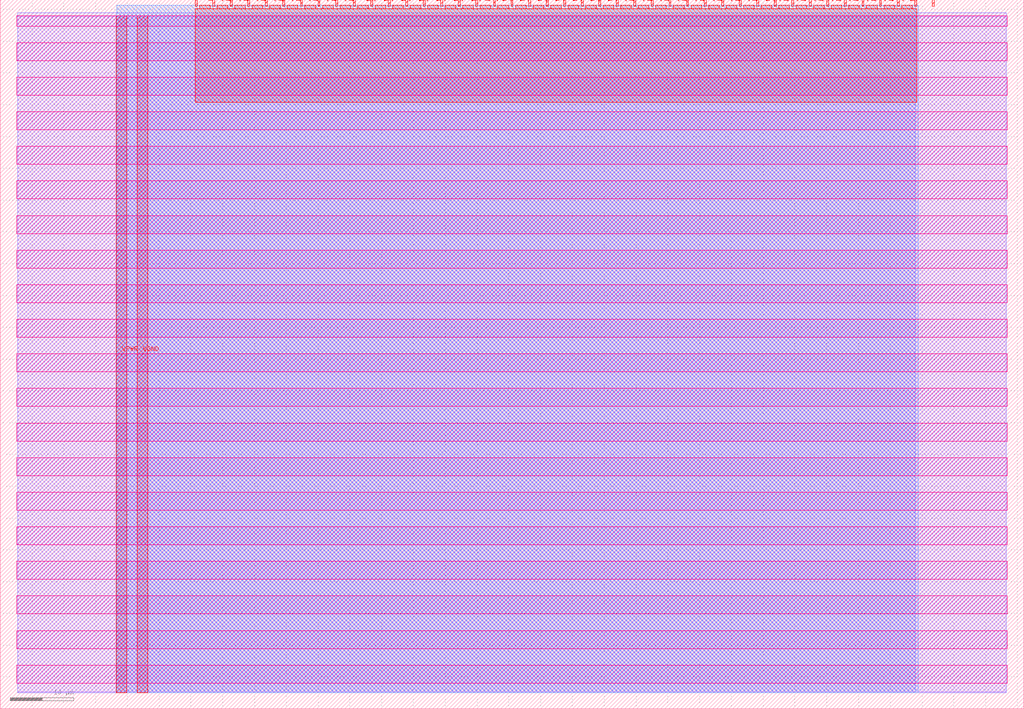
<source format=lef>
VERSION 5.7 ;
  NOWIREEXTENSIONATPIN ON ;
  DIVIDERCHAR "/" ;
  BUSBITCHARS "[]" ;
MACRO tt_um_factory_test
  CLASS BLOCK ;
  FOREIGN tt_um_factory_test ;
  ORIGIN 0.000 0.000 ;
  SIZE 161.000 BY 111.520 ;
  PIN VGND
    DIRECTION INOUT ;
    USE GROUND ;
    PORT
      LAYER met4 ;
        RECT 21.580 2.480 23.180 109.040 ;
    END
  END VGND
  PIN VPWR
    DIRECTION INOUT ;
    USE POWER ;
    PORT
      LAYER met4 ;
        RECT 18.280 2.480 19.880 109.040 ;
    END
  END VPWR
  PIN clk
    DIRECTION INPUT ;
    USE SIGNAL ;
    ANTENNAGATEAREA 0.852000 ;
    PORT
      LAYER met4 ;
        RECT 143.830 110.520 144.130 111.520 ;
    END
  END clk
  PIN ena
    DIRECTION INPUT ;
    USE SIGNAL ;
    PORT
      LAYER met4 ;
        RECT 146.590 110.520 146.890 111.520 ;
    END
  END ena
  PIN rst_n
    DIRECTION INPUT ;
    USE SIGNAL ;
    ANTENNAGATEAREA 0.247500 ;
    PORT
      LAYER met4 ;
        RECT 141.070 110.520 141.370 111.520 ;
    END
  END rst_n
  PIN ui_in[0]
    DIRECTION INPUT ;
    USE SIGNAL ;
    ANTENNAGATEAREA 0.213000 ;
    PORT
      LAYER met4 ;
        RECT 138.310 110.520 138.610 111.520 ;
    END
  END ui_in[0]
  PIN ui_in[1]
    DIRECTION INPUT ;
    USE SIGNAL ;
    ANTENNAGATEAREA 0.196500 ;
    PORT
      LAYER met4 ;
        RECT 135.550 110.520 135.850 111.520 ;
    END
  END ui_in[1]
  PIN ui_in[2]
    DIRECTION INPUT ;
    USE SIGNAL ;
    ANTENNAGATEAREA 0.196500 ;
    PORT
      LAYER met4 ;
        RECT 132.790 110.520 133.090 111.520 ;
    END
  END ui_in[2]
  PIN ui_in[3]
    DIRECTION INPUT ;
    USE SIGNAL ;
    ANTENNAGATEAREA 0.196500 ;
    PORT
      LAYER met4 ;
        RECT 130.030 110.520 130.330 111.520 ;
    END
  END ui_in[3]
  PIN ui_in[4]
    DIRECTION INPUT ;
    USE SIGNAL ;
    ANTENNAGATEAREA 0.196500 ;
    PORT
      LAYER met4 ;
        RECT 127.270 110.520 127.570 111.520 ;
    END
  END ui_in[4]
  PIN ui_in[5]
    DIRECTION INPUT ;
    USE SIGNAL ;
    ANTENNAGATEAREA 0.196500 ;
    PORT
      LAYER met4 ;
        RECT 124.510 110.520 124.810 111.520 ;
    END
  END ui_in[5]
  PIN ui_in[6]
    DIRECTION INPUT ;
    USE SIGNAL ;
    ANTENNAGATEAREA 0.196500 ;
    PORT
      LAYER met4 ;
        RECT 121.750 110.520 122.050 111.520 ;
    END
  END ui_in[6]
  PIN ui_in[7]
    DIRECTION INPUT ;
    USE SIGNAL ;
    ANTENNAGATEAREA 0.196500 ;
    PORT
      LAYER met4 ;
        RECT 118.990 110.520 119.290 111.520 ;
    END
  END ui_in[7]
  PIN uio_in[0]
    DIRECTION INPUT ;
    USE SIGNAL ;
    ANTENNAGATEAREA 0.196500 ;
    PORT
      LAYER met4 ;
        RECT 116.230 110.520 116.530 111.520 ;
    END
  END uio_in[0]
  PIN uio_in[1]
    DIRECTION INPUT ;
    USE SIGNAL ;
    ANTENNAGATEAREA 0.196500 ;
    PORT
      LAYER met4 ;
        RECT 113.470 110.520 113.770 111.520 ;
    END
  END uio_in[1]
  PIN uio_in[2]
    DIRECTION INPUT ;
    USE SIGNAL ;
    ANTENNAGATEAREA 0.196500 ;
    PORT
      LAYER met4 ;
        RECT 110.710 110.520 111.010 111.520 ;
    END
  END uio_in[2]
  PIN uio_in[3]
    DIRECTION INPUT ;
    USE SIGNAL ;
    ANTENNAGATEAREA 0.196500 ;
    PORT
      LAYER met4 ;
        RECT 107.950 110.520 108.250 111.520 ;
    END
  END uio_in[3]
  PIN uio_in[4]
    DIRECTION INPUT ;
    USE SIGNAL ;
    ANTENNAGATEAREA 0.196500 ;
    PORT
      LAYER met4 ;
        RECT 105.190 110.520 105.490 111.520 ;
    END
  END uio_in[4]
  PIN uio_in[5]
    DIRECTION INPUT ;
    USE SIGNAL ;
    ANTENNAGATEAREA 0.196500 ;
    PORT
      LAYER met4 ;
        RECT 102.430 110.520 102.730 111.520 ;
    END
  END uio_in[5]
  PIN uio_in[6]
    DIRECTION INPUT ;
    USE SIGNAL ;
    ANTENNAGATEAREA 0.196500 ;
    PORT
      LAYER met4 ;
        RECT 99.670 110.520 99.970 111.520 ;
    END
  END uio_in[6]
  PIN uio_in[7]
    DIRECTION INPUT ;
    USE SIGNAL ;
    ANTENNAGATEAREA 0.196500 ;
    PORT
      LAYER met4 ;
        RECT 96.910 110.520 97.210 111.520 ;
    END
  END uio_in[7]
  PIN uio_oe[0]
    DIRECTION OUTPUT ;
    USE SIGNAL ;
    ANTENNADIFFAREA 0.445500 ;
    PORT
      LAYER met4 ;
        RECT 49.990 110.520 50.290 111.520 ;
    END
  END uio_oe[0]
  PIN uio_oe[1]
    DIRECTION OUTPUT ;
    USE SIGNAL ;
    ANTENNADIFFAREA 0.445500 ;
    PORT
      LAYER met4 ;
        RECT 47.230 110.520 47.530 111.520 ;
    END
  END uio_oe[1]
  PIN uio_oe[2]
    DIRECTION OUTPUT ;
    USE SIGNAL ;
    ANTENNADIFFAREA 0.445500 ;
    PORT
      LAYER met4 ;
        RECT 44.470 110.520 44.770 111.520 ;
    END
  END uio_oe[2]
  PIN uio_oe[3]
    DIRECTION OUTPUT ;
    USE SIGNAL ;
    ANTENNADIFFAREA 0.445500 ;
    PORT
      LAYER met4 ;
        RECT 41.710 110.520 42.010 111.520 ;
    END
  END uio_oe[3]
  PIN uio_oe[4]
    DIRECTION OUTPUT ;
    USE SIGNAL ;
    ANTENNADIFFAREA 0.445500 ;
    PORT
      LAYER met4 ;
        RECT 38.950 110.520 39.250 111.520 ;
    END
  END uio_oe[4]
  PIN uio_oe[5]
    DIRECTION OUTPUT ;
    USE SIGNAL ;
    ANTENNADIFFAREA 0.445500 ;
    PORT
      LAYER met4 ;
        RECT 36.190 110.520 36.490 111.520 ;
    END
  END uio_oe[5]
  PIN uio_oe[6]
    DIRECTION OUTPUT ;
    USE SIGNAL ;
    ANTENNADIFFAREA 0.445500 ;
    PORT
      LAYER met4 ;
        RECT 33.430 110.520 33.730 111.520 ;
    END
  END uio_oe[6]
  PIN uio_oe[7]
    DIRECTION OUTPUT ;
    USE SIGNAL ;
    ANTENNAGATEAREA 2.103000 ;
    ANTENNADIFFAREA 0.924000 ;
    PORT
      LAYER met4 ;
        RECT 30.670 110.520 30.970 111.520 ;
    END
  END uio_oe[7]
  PIN uio_out[0]
    DIRECTION OUTPUT ;
    USE SIGNAL ;
    ANTENNADIFFAREA 0.643500 ;
    PORT
      LAYER met4 ;
        RECT 72.070 110.520 72.370 111.520 ;
    END
  END uio_out[0]
  PIN uio_out[1]
    DIRECTION OUTPUT ;
    USE SIGNAL ;
    ANTENNADIFFAREA 0.643500 ;
    PORT
      LAYER met4 ;
        RECT 69.310 110.520 69.610 111.520 ;
    END
  END uio_out[1]
  PIN uio_out[2]
    DIRECTION OUTPUT ;
    USE SIGNAL ;
    ANTENNADIFFAREA 0.643500 ;
    PORT
      LAYER met4 ;
        RECT 66.550 110.520 66.850 111.520 ;
    END
  END uio_out[2]
  PIN uio_out[3]
    DIRECTION OUTPUT ;
    USE SIGNAL ;
    ANTENNADIFFAREA 0.643500 ;
    PORT
      LAYER met4 ;
        RECT 63.790 110.520 64.090 111.520 ;
    END
  END uio_out[3]
  PIN uio_out[4]
    DIRECTION OUTPUT ;
    USE SIGNAL ;
    ANTENNADIFFAREA 0.643500 ;
    PORT
      LAYER met4 ;
        RECT 61.030 110.520 61.330 111.520 ;
    END
  END uio_out[4]
  PIN uio_out[5]
    DIRECTION OUTPUT ;
    USE SIGNAL ;
    ANTENNADIFFAREA 0.643500 ;
    PORT
      LAYER met4 ;
        RECT 58.270 110.520 58.570 111.520 ;
    END
  END uio_out[5]
  PIN uio_out[6]
    DIRECTION OUTPUT ;
    USE SIGNAL ;
    ANTENNADIFFAREA 0.643500 ;
    PORT
      LAYER met4 ;
        RECT 55.510 110.520 55.810 111.520 ;
    END
  END uio_out[6]
  PIN uio_out[7]
    DIRECTION OUTPUT ;
    USE SIGNAL ;
    ANTENNADIFFAREA 0.643500 ;
    PORT
      LAYER met4 ;
        RECT 52.750 110.520 53.050 111.520 ;
    END
  END uio_out[7]
  PIN uo_out[0]
    DIRECTION OUTPUT ;
    USE SIGNAL ;
    ANTENNADIFFAREA 1.288000 ;
    PORT
      LAYER met4 ;
        RECT 94.150 110.520 94.450 111.520 ;
    END
  END uo_out[0]
  PIN uo_out[1]
    DIRECTION OUTPUT ;
    USE SIGNAL ;
    ANTENNADIFFAREA 0.891000 ;
    PORT
      LAYER met4 ;
        RECT 91.390 110.520 91.690 111.520 ;
    END
  END uo_out[1]
  PIN uo_out[2]
    DIRECTION OUTPUT ;
    USE SIGNAL ;
    ANTENNADIFFAREA 0.891000 ;
    PORT
      LAYER met4 ;
        RECT 88.630 110.520 88.930 111.520 ;
    END
  END uo_out[2]
  PIN uo_out[3]
    DIRECTION OUTPUT ;
    USE SIGNAL ;
    ANTENNADIFFAREA 0.891000 ;
    PORT
      LAYER met4 ;
        RECT 85.870 110.520 86.170 111.520 ;
    END
  END uo_out[3]
  PIN uo_out[4]
    DIRECTION OUTPUT ;
    USE SIGNAL ;
    ANTENNADIFFAREA 0.891000 ;
    PORT
      LAYER met4 ;
        RECT 83.110 110.520 83.410 111.520 ;
    END
  END uo_out[4]
  PIN uo_out[5]
    DIRECTION OUTPUT ;
    USE SIGNAL ;
    ANTENNADIFFAREA 0.891000 ;
    PORT
      LAYER met4 ;
        RECT 80.350 110.520 80.650 111.520 ;
    END
  END uo_out[5]
  PIN uo_out[6]
    DIRECTION OUTPUT ;
    USE SIGNAL ;
    ANTENNADIFFAREA 0.891000 ;
    PORT
      LAYER met4 ;
        RECT 77.590 110.520 77.890 111.520 ;
    END
  END uo_out[6]
  PIN uo_out[7]
    DIRECTION OUTPUT ;
    USE SIGNAL ;
    ANTENNADIFFAREA 0.891000 ;
    PORT
      LAYER met4 ;
        RECT 74.830 110.520 75.130 111.520 ;
    END
  END uo_out[7]
  OBS
      LAYER nwell ;
        RECT 2.570 107.385 158.430 108.990 ;
        RECT 2.570 101.945 158.430 104.775 ;
        RECT 2.570 96.505 158.430 99.335 ;
        RECT 2.570 91.065 158.430 93.895 ;
        RECT 2.570 85.625 158.430 88.455 ;
        RECT 2.570 80.185 158.430 83.015 ;
        RECT 2.570 74.745 158.430 77.575 ;
        RECT 2.570 69.305 158.430 72.135 ;
        RECT 2.570 63.865 158.430 66.695 ;
        RECT 2.570 58.425 158.430 61.255 ;
        RECT 2.570 52.985 158.430 55.815 ;
        RECT 2.570 47.545 158.430 50.375 ;
        RECT 2.570 42.105 158.430 44.935 ;
        RECT 2.570 36.665 158.430 39.495 ;
        RECT 2.570 31.225 158.430 34.055 ;
        RECT 2.570 25.785 158.430 28.615 ;
        RECT 2.570 20.345 158.430 23.175 ;
        RECT 2.570 14.905 158.430 17.735 ;
        RECT 2.570 9.465 158.430 12.295 ;
        RECT 2.570 4.025 158.430 6.855 ;
      LAYER li1 ;
        RECT 2.760 2.635 158.240 108.885 ;
      LAYER met1 ;
        RECT 2.760 2.480 158.240 109.440 ;
      LAYER met2 ;
        RECT 18.310 2.535 143.890 110.685 ;
      LAYER met3 ;
        RECT 18.290 2.555 144.370 110.665 ;
      LAYER met4 ;
        RECT 31.370 110.120 33.030 110.665 ;
        RECT 34.130 110.120 35.790 110.665 ;
        RECT 36.890 110.120 38.550 110.665 ;
        RECT 39.650 110.120 41.310 110.665 ;
        RECT 42.410 110.120 44.070 110.665 ;
        RECT 45.170 110.120 46.830 110.665 ;
        RECT 47.930 110.120 49.590 110.665 ;
        RECT 50.690 110.120 52.350 110.665 ;
        RECT 53.450 110.120 55.110 110.665 ;
        RECT 56.210 110.120 57.870 110.665 ;
        RECT 58.970 110.120 60.630 110.665 ;
        RECT 61.730 110.120 63.390 110.665 ;
        RECT 64.490 110.120 66.150 110.665 ;
        RECT 67.250 110.120 68.910 110.665 ;
        RECT 70.010 110.120 71.670 110.665 ;
        RECT 72.770 110.120 74.430 110.665 ;
        RECT 75.530 110.120 77.190 110.665 ;
        RECT 78.290 110.120 79.950 110.665 ;
        RECT 81.050 110.120 82.710 110.665 ;
        RECT 83.810 110.120 85.470 110.665 ;
        RECT 86.570 110.120 88.230 110.665 ;
        RECT 89.330 110.120 90.990 110.665 ;
        RECT 92.090 110.120 93.750 110.665 ;
        RECT 94.850 110.120 96.510 110.665 ;
        RECT 97.610 110.120 99.270 110.665 ;
        RECT 100.370 110.120 102.030 110.665 ;
        RECT 103.130 110.120 104.790 110.665 ;
        RECT 105.890 110.120 107.550 110.665 ;
        RECT 108.650 110.120 110.310 110.665 ;
        RECT 111.410 110.120 113.070 110.665 ;
        RECT 114.170 110.120 115.830 110.665 ;
        RECT 116.930 110.120 118.590 110.665 ;
        RECT 119.690 110.120 121.350 110.665 ;
        RECT 122.450 110.120 124.110 110.665 ;
        RECT 125.210 110.120 126.870 110.665 ;
        RECT 127.970 110.120 129.630 110.665 ;
        RECT 130.730 110.120 132.390 110.665 ;
        RECT 133.490 110.120 135.150 110.665 ;
        RECT 136.250 110.120 137.910 110.665 ;
        RECT 139.010 110.120 140.670 110.665 ;
        RECT 141.770 110.120 143.430 110.665 ;
        RECT 30.655 95.375 144.145 110.120 ;
  END
END tt_um_factory_test
END LIBRARY


</source>
